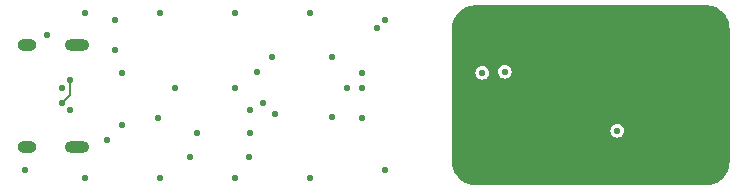
<source format=gbr>
%TF.GenerationSoftware,KiCad,Pcbnew,8.0.4+dfsg-1*%
%TF.CreationDate,2024-12-02T22:27:05+01:00*%
%TF.ProjectId,usb-serial,7573622d-7365-4726-9961-6c2e6b696361,rev?*%
%TF.SameCoordinates,Original*%
%TF.FileFunction,Copper,L3,Inr*%
%TF.FilePolarity,Positive*%
%FSLAX46Y46*%
G04 Gerber Fmt 4.6, Leading zero omitted, Abs format (unit mm)*
G04 Created by KiCad (PCBNEW 8.0.4+dfsg-1) date 2024-12-02 22:27:05*
%MOMM*%
%LPD*%
G01*
G04 APERTURE LIST*
%TA.AperFunction,ComponentPad*%
%ADD10O,2.100000X1.000000*%
%TD*%
%TA.AperFunction,ComponentPad*%
%ADD11O,1.600000X1.000000*%
%TD*%
%TA.AperFunction,ViaPad*%
%ADD12C,0.560000*%
%TD*%
%TA.AperFunction,Conductor*%
%ADD13C,0.200000*%
%TD*%
G04 APERTURE END LIST*
D10*
%TO.N,GND*%
%TO.C,USB1*%
X5670000Y-16680000D03*
D11*
X1490000Y-16680000D03*
D10*
X5670000Y-25320000D03*
D11*
X1490000Y-25320000D03*
%TD*%
D12*
%TO.N,VBUS*%
X3175000Y-15875000D03*
X15240000Y-26165000D03*
X22479000Y-22516000D03*
X20320000Y-24130000D03*
%TO.N,GND*%
X8890000Y-14605000D03*
X25400000Y-27940000D03*
X20320000Y-22225000D03*
X27305000Y-17690000D03*
X20955000Y-18960000D03*
X6350000Y-13970000D03*
X19050000Y-20320000D03*
X25400000Y-13970000D03*
X8255000Y-24765000D03*
X31750000Y-14605000D03*
X31115000Y-15240000D03*
X19050000Y-27940000D03*
X6350000Y-27940000D03*
X12700000Y-27940000D03*
X8890000Y-17145000D03*
X19050000Y-13970000D03*
X31750000Y-27305000D03*
X22225000Y-17690000D03*
X27305000Y-22770000D03*
X1270000Y-27305000D03*
X20254000Y-26165000D03*
X12538946Y-22860000D03*
X15875000Y-24130000D03*
X29845000Y-22860000D03*
X12700000Y-13970000D03*
%TO.N,Net-(USB1-DP1)*%
X5080000Y-22225000D03*
X4445000Y-20320000D03*
%TO.N,Net-(USB1-DN1)*%
X5080000Y-19685000D03*
X4445000Y-21590000D03*
%TO.N,VDD*%
X40005000Y-19050000D03*
X51435000Y-23955000D03*
X41910000Y-18955000D03*
%TO.N,GND1*%
X38100000Y-23495000D03*
X38100000Y-27305000D03*
X50165000Y-13970000D03*
X41910000Y-20955000D03*
X59055000Y-18415000D03*
X43815000Y-27940000D03*
X38735000Y-15240000D03*
X38100000Y-14605000D03*
X59055000Y-23495000D03*
X42545000Y-16510000D03*
X50165000Y-27940000D03*
X42545000Y-25400000D03*
X56515000Y-13970000D03*
X42545000Y-15240000D03*
X56515000Y-27940000D03*
X43815000Y-13970000D03*
%TO.N,Net-(U3-VBUS)*%
X9525000Y-23495000D03*
X9525000Y-19050000D03*
X13970000Y-20320000D03*
%TO.N,+3V3*%
X29845000Y-19050000D03*
X21442589Y-21576327D03*
%TO.N,Net-(U1-OUT1)*%
X28575000Y-20320000D03*
X29845000Y-20320000D03*
%TD*%
D13*
%TO.N,Net-(USB1-DN1)*%
X5080000Y-20955000D02*
X5080000Y-19685000D01*
X4445000Y-21590000D02*
X5080000Y-20955000D01*
%TD*%
%TA.AperFunction,Conductor*%
%TO.N,GND1*%
G36*
X58964418Y-13335316D02*
G01*
X59235790Y-13354724D01*
X59253291Y-13357241D01*
X59514803Y-13414129D01*
X59531762Y-13419108D01*
X59782524Y-13512638D01*
X59798616Y-13519987D01*
X60033501Y-13648244D01*
X60048375Y-13657802D01*
X60262624Y-13818188D01*
X60275994Y-13829774D01*
X60465225Y-14019005D01*
X60476811Y-14032375D01*
X60637193Y-14246619D01*
X60646758Y-14261503D01*
X60775011Y-14496382D01*
X60782361Y-14512475D01*
X60875888Y-14763229D01*
X60880872Y-14780205D01*
X60937757Y-15041702D01*
X60940275Y-15059214D01*
X60959684Y-15330581D01*
X60960000Y-15339427D01*
X60960000Y-26570572D01*
X60959684Y-26579418D01*
X60940275Y-26850785D01*
X60937757Y-26868297D01*
X60880872Y-27129794D01*
X60875888Y-27146770D01*
X60782361Y-27397524D01*
X60775011Y-27413617D01*
X60646758Y-27648496D01*
X60637193Y-27663380D01*
X60476811Y-27877624D01*
X60465225Y-27890994D01*
X60275994Y-28080225D01*
X60262624Y-28091811D01*
X60048380Y-28252193D01*
X60033496Y-28261758D01*
X59798617Y-28390011D01*
X59782524Y-28397361D01*
X59531770Y-28490888D01*
X59514794Y-28495872D01*
X59253297Y-28552757D01*
X59235785Y-28555275D01*
X58964418Y-28574684D01*
X58955572Y-28575000D01*
X39469428Y-28575000D01*
X39460582Y-28574684D01*
X39189214Y-28555275D01*
X39171702Y-28552757D01*
X38910205Y-28495872D01*
X38893229Y-28490888D01*
X38642475Y-28397361D01*
X38626382Y-28390011D01*
X38391503Y-28261758D01*
X38376619Y-28252193D01*
X38162375Y-28091811D01*
X38149005Y-28080225D01*
X37959774Y-27890994D01*
X37948188Y-27877624D01*
X37787802Y-27663375D01*
X37778244Y-27648501D01*
X37649987Y-27413616D01*
X37642638Y-27397524D01*
X37549108Y-27146762D01*
X37544129Y-27129803D01*
X37487241Y-26868291D01*
X37484724Y-26850785D01*
X37465316Y-26579418D01*
X37465000Y-26570572D01*
X37465000Y-23955000D01*
X50849491Y-23955000D01*
X50869442Y-24106540D01*
X50869443Y-24106544D01*
X50927933Y-24247753D01*
X50927934Y-24247756D01*
X51020982Y-24369017D01*
X51142243Y-24462065D01*
X51142244Y-24462065D01*
X51142245Y-24462066D01*
X51283459Y-24520558D01*
X51435000Y-24540509D01*
X51586541Y-24520558D01*
X51727755Y-24462066D01*
X51849017Y-24369017D01*
X51942066Y-24247755D01*
X52000558Y-24106541D01*
X52020509Y-23955000D01*
X52000558Y-23803459D01*
X51978949Y-23751292D01*
X51942067Y-23662247D01*
X51942065Y-23662244D01*
X51849015Y-23540981D01*
X51727756Y-23447934D01*
X51727753Y-23447933D01*
X51586544Y-23389443D01*
X51586542Y-23389442D01*
X51586541Y-23389442D01*
X51435000Y-23369491D01*
X51283459Y-23389442D01*
X51283455Y-23389443D01*
X51142247Y-23447932D01*
X51142244Y-23447934D01*
X51020983Y-23540982D01*
X51020982Y-23540983D01*
X50927934Y-23662244D01*
X50927932Y-23662247D01*
X50869443Y-23803455D01*
X50869442Y-23803459D01*
X50849491Y-23955000D01*
X37465000Y-23955000D01*
X37465000Y-19050000D01*
X39419491Y-19050000D01*
X39439442Y-19201540D01*
X39439443Y-19201544D01*
X39497933Y-19342753D01*
X39497934Y-19342756D01*
X39590982Y-19464017D01*
X39712243Y-19557065D01*
X39712244Y-19557065D01*
X39712245Y-19557066D01*
X39853459Y-19615558D01*
X40005000Y-19635509D01*
X40156541Y-19615558D01*
X40297755Y-19557066D01*
X40419017Y-19464017D01*
X40512066Y-19342755D01*
X40570558Y-19201541D01*
X40590509Y-19050000D01*
X40578002Y-18955000D01*
X41324491Y-18955000D01*
X41344442Y-19106540D01*
X41344443Y-19106544D01*
X41402933Y-19247753D01*
X41402934Y-19247756D01*
X41495982Y-19369017D01*
X41617243Y-19462065D01*
X41617244Y-19462065D01*
X41617245Y-19462066D01*
X41758459Y-19520558D01*
X41910000Y-19540509D01*
X42061541Y-19520558D01*
X42202755Y-19462066D01*
X42324017Y-19369017D01*
X42417066Y-19247755D01*
X42475558Y-19106541D01*
X42495509Y-18955000D01*
X42475558Y-18803459D01*
X42453949Y-18751292D01*
X42417067Y-18662247D01*
X42417065Y-18662244D01*
X42325513Y-18542933D01*
X42324017Y-18540983D01*
X42324015Y-18540982D01*
X42324015Y-18540981D01*
X42202756Y-18447934D01*
X42202753Y-18447933D01*
X42061544Y-18389443D01*
X42061542Y-18389442D01*
X42061541Y-18389442D01*
X41910000Y-18369491D01*
X41758459Y-18389442D01*
X41758455Y-18389443D01*
X41617247Y-18447932D01*
X41617244Y-18447934D01*
X41495983Y-18540982D01*
X41495982Y-18540983D01*
X41402934Y-18662244D01*
X41402932Y-18662247D01*
X41344443Y-18803455D01*
X41344442Y-18803459D01*
X41324491Y-18955000D01*
X40578002Y-18955000D01*
X40570558Y-18898459D01*
X40531208Y-18803459D01*
X40512067Y-18757247D01*
X40512065Y-18757244D01*
X40419015Y-18635981D01*
X40297756Y-18542934D01*
X40297753Y-18542933D01*
X40156544Y-18484443D01*
X40156542Y-18484442D01*
X40156541Y-18484442D01*
X40005000Y-18464491D01*
X39853459Y-18484442D01*
X39853455Y-18484443D01*
X39712247Y-18542932D01*
X39712244Y-18542934D01*
X39590983Y-18635982D01*
X39590982Y-18635983D01*
X39497934Y-18757244D01*
X39497932Y-18757247D01*
X39439443Y-18898455D01*
X39439442Y-18898459D01*
X39419491Y-19050000D01*
X37465000Y-19050000D01*
X37465000Y-15339427D01*
X37465316Y-15330581D01*
X37484724Y-15059214D01*
X37487240Y-15041710D01*
X37544130Y-14780192D01*
X37549107Y-14763241D01*
X37642640Y-14512470D01*
X37649985Y-14496388D01*
X37778248Y-14261491D01*
X37787798Y-14246630D01*
X37948195Y-14032366D01*
X37959767Y-14019012D01*
X38149012Y-13829767D01*
X38162366Y-13818195D01*
X38376630Y-13657798D01*
X38391491Y-13648248D01*
X38626388Y-13519985D01*
X38642470Y-13512640D01*
X38893241Y-13419107D01*
X38910192Y-13414130D01*
X39171710Y-13357240D01*
X39189207Y-13354724D01*
X39460582Y-13335316D01*
X39469428Y-13335000D01*
X58955572Y-13335000D01*
X58964418Y-13335316D01*
G37*
%TD.AperFunction*%
%TD*%
M02*

</source>
